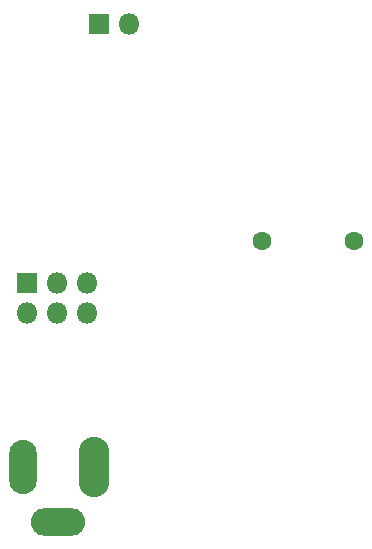
<source format=gbr>
%TF.GenerationSoftware,KiCad,Pcbnew,(5.1.6)-1*%
%TF.CreationDate,2020-09-22T17:38:13-04:00*%
%TF.ProjectId,wireless_charger,77697265-6c65-4737-935f-636861726765,rev?*%
%TF.SameCoordinates,Original*%
%TF.FileFunction,Soldermask,Bot*%
%TF.FilePolarity,Negative*%
%FSLAX46Y46*%
G04 Gerber Fmt 4.6, Leading zero omitted, Abs format (unit mm)*
G04 Created by KiCad (PCBNEW (5.1.6)-1) date 2020-09-22 17:38:13*
%MOMM*%
%LPD*%
G01*
G04 APERTURE LIST*
%ADD10O,1.800000X1.800000*%
%ADD11R,1.800000X1.800000*%
%ADD12O,2.600000X5.100000*%
%ADD13O,2.350000X4.600000*%
%ADD14O,4.600000X2.350000*%
%ADD15C,1.600000*%
G04 APERTURE END LIST*
D10*
%TO.C,Fan_12V1*%
X120740000Y-59350000D03*
D11*
X118200000Y-59350000D03*
%TD*%
D12*
%TO.C,J1*%
X117740000Y-96840000D03*
D13*
X111740000Y-96840000D03*
D14*
X114740000Y-101540000D03*
%TD*%
D15*
%TO.C,LX1*%
X139750000Y-77750000D03*
%TD*%
%TO.C,LX2*%
X132000000Y-77750000D03*
%TD*%
D10*
%TO.C,J2*%
X117180000Y-83880000D03*
X117180000Y-81340000D03*
X114640000Y-83880000D03*
X114640000Y-81340000D03*
X112100000Y-83880000D03*
D11*
X112100000Y-81340000D03*
%TD*%
M02*

</source>
